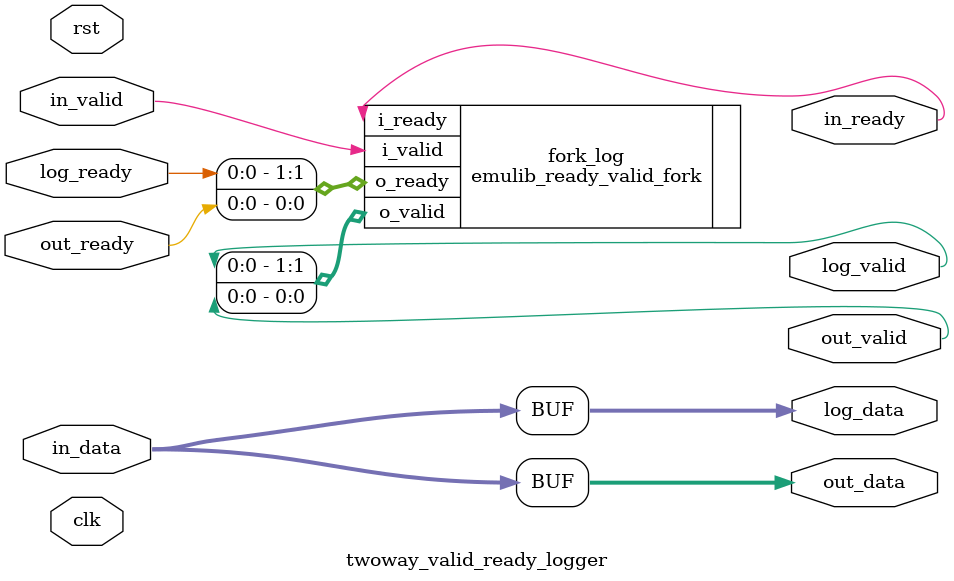
<source format=v>
`timescale 1ns / 1ps

`include "axi.vh"
`include "axi_custom.vh"

module twoway_valid_ready_logger #(
    parameter DATA_WIDTH = 64
)(
    input  clk,
    input  rst,
    input  in_valid,
    output in_ready,
    input  [DATA_WIDTH-1:0]in_data,
    output out_valid,
    input  out_ready,
    output [DATA_WIDTH-1:0] out_data,
    output log_valid,
    input  log_ready,
    output [DATA_WIDTH-1:0] log_data
);

    emulib_ready_valid_fork #(.BRANCHES(2)) fork_log(
        .i_valid        (in_valid),
        .i_ready        (in_ready),
        .o_valid        ({log_valid, out_valid}),
        .o_ready        ({log_ready, out_ready})
    );

    assign out_data = in_data;
    assign log_data = in_data;
    
endmodule
</source>
